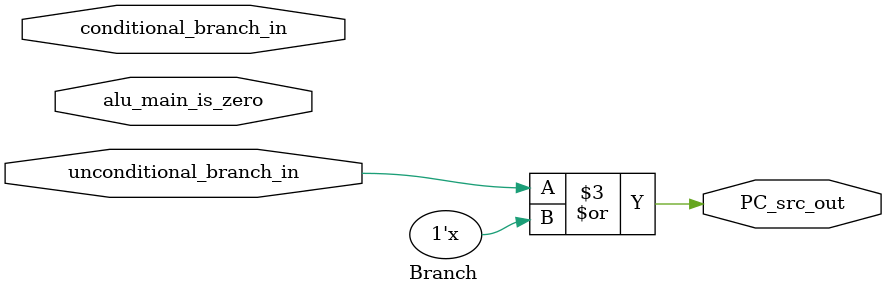
<source format=v>
module Branch(
    input unconditional_branch_in,
    input conditional_branch_in,
    input alu_main_is_zero,
    output reg PC_src_out
);
	reg conditional_branch_temp;

    always @(unconditional_branch_in, conditional_branch_in, alu_main_is_zero) begin
        conditional_branch_temp <= conditional_branch_in & alu_main_is_zero;
        PC_src_out <= unconditional_branch_in | conditional_branch_temp;
    end
endmodule

</source>
